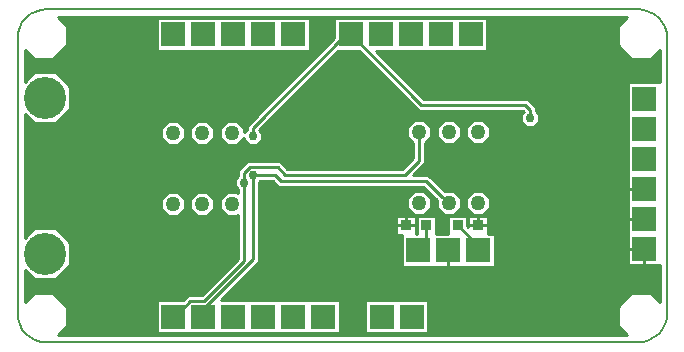
<source format=gbr>
G04 PROTEUS RS274X GERBER FILE*
%FSLAX45Y45*%
%MOMM*%
G01*
%ADD11C,0.254000*%
%ADD12C,0.762000*%
%ADD19C,3.556000*%
%ADD70C,0.000000*%
%ADD20C,1.270000*%
%ADD21R,2.032000X2.032000*%
%ADD17R,0.889000X0.889000*%
%ADD22C,0.203200*%
G36*
X+5081901Y+2582055D02*
X+5081901Y+2417945D01*
X+5197945Y+2301901D01*
X+5362055Y+2301901D01*
X+5439040Y+2378886D01*
X+5439040Y+2103739D01*
X+5168801Y+2103739D01*
X+5168801Y+554341D01*
X+5439040Y+554341D01*
X+5439040Y+241114D01*
X+5362055Y+318099D01*
X+5197945Y+318099D01*
X+5081901Y+202055D01*
X+5081901Y+37945D01*
X+5158886Y-39040D01*
X+341114Y-39040D01*
X+418099Y+37945D01*
X+418099Y+202055D01*
X+302055Y+318099D01*
X+137945Y+318099D01*
X+60960Y+241114D01*
X+60960Y+515013D01*
X+143232Y+432741D01*
X+322088Y+432741D01*
X+448559Y+559212D01*
X+448559Y+738068D01*
X+322088Y+864539D01*
X+143232Y+864539D01*
X+60960Y+782267D01*
X+60960Y+1835813D01*
X+143232Y+1753541D01*
X+322088Y+1753541D01*
X+448559Y+1880012D01*
X+448559Y+2058868D01*
X+322088Y+2185339D01*
X+143232Y+2185339D01*
X+60960Y+2103067D01*
X+60960Y+2378886D01*
X+137945Y+2301901D01*
X+302055Y+2301901D01*
X+418099Y+2417945D01*
X+418099Y+2582055D01*
X+341114Y+2659040D01*
X+5158886Y+2659040D01*
X+5081901Y+2582055D01*
G37*
%LPC*%
G36*
X+1213961Y+1032176D02*
X+1213961Y+1116344D01*
X+1273476Y+1175859D01*
X+1357644Y+1175859D01*
X+1417159Y+1116344D01*
X+1417159Y+1032176D01*
X+1357644Y+972661D01*
X+1273476Y+972661D01*
X+1213961Y+1032176D01*
G37*
G36*
X+1463961Y+1032176D02*
X+1463961Y+1116344D01*
X+1523476Y+1175859D01*
X+1607644Y+1175859D01*
X+1667159Y+1116344D01*
X+1667159Y+1032176D01*
X+1607644Y+972661D01*
X+1523476Y+972661D01*
X+1463961Y+1032176D01*
G37*
G36*
X+3501599Y+1722084D02*
X+3501599Y+1637916D01*
X+3450799Y+1587116D01*
X+3450799Y+1418959D01*
X+3352639Y+1320799D01*
X+3478858Y+1320799D01*
X+3618058Y+1181599D01*
X+3692084Y+1181599D01*
X+3751599Y+1122084D01*
X+3751599Y+1037916D01*
X+3692084Y+978401D01*
X+3607916Y+978401D01*
X+3548401Y+1037916D01*
X+3548401Y+1107576D01*
X+3436776Y+1219201D01*
X+2208960Y+1219201D01*
X+2159753Y+1268408D01*
X+2049257Y+1268408D01*
X+2043093Y+1262244D01*
X+2043093Y+582332D01*
X+1719500Y+258739D01*
X+2729699Y+258739D01*
X+2729699Y-20659D01*
X+1180301Y-20659D01*
X+1180301Y+258739D01*
X+1399176Y+258739D01*
X+1439817Y+299380D01*
X+1559051Y+299380D01*
X+1866674Y+607003D01*
X+1866674Y+981691D01*
X+1857644Y+972661D01*
X+1773476Y+972661D01*
X+1713961Y+1032176D01*
X+1713961Y+1116344D01*
X+1773476Y+1175859D01*
X+1857644Y+1175859D01*
X+1866674Y+1166829D01*
X+1866674Y+1196458D01*
X+1841274Y+1221858D01*
X+1841274Y+1284984D01*
X+1866674Y+1310384D01*
X+1866674Y+1358765D01*
X+1943957Y+1436048D01*
X+2224316Y+1436048D01*
X+2264274Y+1396090D01*
X+2264274Y+1399897D01*
X+2282873Y+1418496D01*
X+2309175Y+1418496D01*
X+2327774Y+1399897D01*
X+2327774Y+1373595D01*
X+2324978Y+1370799D01*
X+3258959Y+1370799D01*
X+3349201Y+1461041D01*
X+3349201Y+1587116D01*
X+3298401Y+1637916D01*
X+3298401Y+1722084D01*
X+3357916Y+1781599D01*
X+3442084Y+1781599D01*
X+3501599Y+1722084D01*
G37*
G36*
X+3975699Y+2369341D02*
X+3031539Y+2369341D01*
X+3438150Y+1962730D01*
X+4319110Y+1962730D01*
X+4390798Y+1891042D01*
X+4390798Y+1856964D01*
X+4416199Y+1831563D01*
X+4416199Y+1768437D01*
X+4371563Y+1723801D01*
X+4308437Y+1723801D01*
X+4263801Y+1768437D01*
X+4263801Y+1831563D01*
X+4285199Y+1852961D01*
X+4277028Y+1861132D01*
X+3396068Y+1861132D01*
X+2887859Y+2369341D01*
X+2716992Y+2369341D01*
X+2044801Y+1697150D01*
X+2066199Y+1675752D01*
X+2066199Y+1612626D01*
X+2021563Y+1567990D01*
X+1958437Y+1567990D01*
X+1913801Y+1612626D01*
X+1913801Y+1628818D01*
X+1857644Y+1572661D01*
X+1773476Y+1572661D01*
X+1713961Y+1632176D01*
X+1713961Y+1716344D01*
X+1773476Y+1775859D01*
X+1857644Y+1775859D01*
X+1917159Y+1716344D01*
X+1917159Y+1679110D01*
X+1939202Y+1701153D01*
X+1939202Y+1735231D01*
X+2680301Y+2476330D01*
X+2680301Y+2648739D01*
X+3975699Y+2648739D01*
X+3975699Y+2369341D01*
G37*
G36*
X+1463961Y+1632176D02*
X+1463961Y+1716344D01*
X+1523476Y+1775859D01*
X+1607644Y+1775859D01*
X+1667159Y+1716344D01*
X+1667159Y+1632176D01*
X+1607644Y+1572661D01*
X+1523476Y+1572661D01*
X+1463961Y+1632176D01*
G37*
G36*
X+1213961Y+1632176D02*
X+1213961Y+1716344D01*
X+1273476Y+1775859D01*
X+1357644Y+1775859D01*
X+1417159Y+1716344D01*
X+1417159Y+1632176D01*
X+1357644Y+1572661D01*
X+1273476Y+1572661D01*
X+1213961Y+1632176D01*
G37*
G36*
X+2475699Y+2369341D02*
X+1180301Y+2369341D01*
X+1180301Y+2648739D01*
X+2475699Y+2648739D01*
X+2475699Y+2369341D01*
G37*
G36*
X+3477199Y-20659D02*
X+2943801Y-20659D01*
X+2943801Y+258739D01*
X+3477199Y+258739D01*
X+3477199Y-20659D01*
G37*
G36*
X+3982549Y+819699D02*
X+4039699Y+819699D01*
X+4039699Y+540301D01*
X+3252301Y+540301D01*
X+3252301Y+807451D01*
X+3207451Y+807451D01*
X+3207451Y+972549D01*
X+3372549Y+972549D01*
X+3372549Y+819699D01*
X+3380171Y+819699D01*
X+3380171Y+972549D01*
X+3545269Y+972549D01*
X+3545269Y+819699D01*
X+3644731Y+819699D01*
X+3644731Y+972549D01*
X+3809829Y+972549D01*
X+3809829Y+882011D01*
X+3817451Y+874389D01*
X+3817451Y+972549D01*
X+3982549Y+972549D01*
X+3982549Y+819699D01*
G37*
G36*
X+3298401Y+1037916D02*
X+3298401Y+1122084D01*
X+3357916Y+1181599D01*
X+3442084Y+1181599D01*
X+3501599Y+1122084D01*
X+3501599Y+1037916D01*
X+3442084Y+978401D01*
X+3357916Y+978401D01*
X+3298401Y+1037916D01*
G37*
G36*
X+3798401Y+1037916D02*
X+3798401Y+1122084D01*
X+3857916Y+1181599D01*
X+3942084Y+1181599D01*
X+4001599Y+1122084D01*
X+4001599Y+1037916D01*
X+3942084Y+978401D01*
X+3857916Y+978401D01*
X+3798401Y+1037916D01*
G37*
G36*
X+3798401Y+1637916D02*
X+3798401Y+1722084D01*
X+3857916Y+1781599D01*
X+3942084Y+1781599D01*
X+4001599Y+1722084D01*
X+4001599Y+1637916D01*
X+3942084Y+1578401D01*
X+3857916Y+1578401D01*
X+3798401Y+1637916D01*
G37*
G36*
X+3548401Y+1637916D02*
X+3548401Y+1722084D01*
X+3607916Y+1781599D01*
X+3692084Y+1781599D01*
X+3751599Y+1722084D01*
X+3751599Y+1637916D01*
X+3692084Y+1578401D01*
X+3607916Y+1578401D01*
X+3548401Y+1637916D01*
G37*
G36*
X+1737910Y+621309D02*
X+1737910Y+647611D01*
X+1756509Y+666210D01*
X+1782811Y+666210D01*
X+1801410Y+647611D01*
X+1801410Y+621309D01*
X+1782811Y+602710D01*
X+1756509Y+602710D01*
X+1737910Y+621309D01*
G37*
G36*
X+962480Y+1030629D02*
X+962480Y+1056931D01*
X+981079Y+1075530D01*
X+1007381Y+1075530D01*
X+1025980Y+1056931D01*
X+1025980Y+1030629D01*
X+1007381Y+1012030D01*
X+981079Y+1012030D01*
X+962480Y+1030629D01*
G37*
G36*
X+745292Y+1595785D02*
X+745292Y+1622087D01*
X+763891Y+1640686D01*
X+790193Y+1640686D01*
X+808792Y+1622087D01*
X+808792Y+1595785D01*
X+790193Y+1577186D01*
X+763891Y+1577186D01*
X+745292Y+1595785D01*
G37*
G36*
X+995799Y+1924709D02*
X+995799Y+1951011D01*
X+1014398Y+1969610D01*
X+1040700Y+1969610D01*
X+1059299Y+1951011D01*
X+1059299Y+1924709D01*
X+1040700Y+1906110D01*
X+1014398Y+1906110D01*
X+995799Y+1924709D01*
G37*
G36*
X+4615758Y+2100590D02*
X+4642060Y+2100590D01*
X+4660659Y+2081991D01*
X+4660659Y+2055689D01*
X+4642060Y+2037090D01*
X+4615758Y+2037090D01*
X+4597159Y+2055689D01*
X+4597159Y+2081991D01*
X+4615758Y+2100590D01*
G37*
%LPD*%
D11*
X+1917473Y+1253421D02*
X+1917473Y+585962D01*
X+1580093Y+248582D01*
X+1460859Y+248582D01*
X+1331317Y+119040D01*
X+1320000Y+119040D01*
X+1992294Y+1319207D02*
X+1992294Y+1249207D01*
X+1992294Y+603373D01*
X+1574000Y+185079D01*
X+1574000Y+119040D01*
X+1992294Y+1319207D02*
X+2180794Y+1319207D01*
X+2230001Y+1270000D01*
X+3457817Y+1270000D01*
X+3586500Y+1141317D01*
X+3650000Y+1080000D01*
X+1917473Y+1253421D02*
X+1917473Y+1337724D01*
X+1964998Y+1385249D01*
X+2203275Y+1385249D01*
X+2268524Y+1320000D01*
X+3280000Y+1320000D01*
X+3400000Y+1440000D01*
X+3400000Y+1680000D01*
X+3727280Y+890000D02*
X+3730000Y+890000D01*
X+3900000Y+720000D01*
X+3900000Y+680000D01*
X+3462720Y+890000D02*
X+3460000Y+890000D01*
X+3460000Y+748000D01*
X+3392000Y+680000D01*
X+1990000Y+1644189D02*
X+1990000Y+1714189D01*
X+2784851Y+2509040D01*
X+2820000Y+2509040D01*
X+3417109Y+1911931D01*
X+4298069Y+1911931D01*
X+4340000Y+1870000D01*
X+4340000Y+1800000D01*
D12*
X+1769660Y+634460D03*
X+994230Y+1043780D03*
X+777042Y+1608936D03*
X+1027549Y+1937860D03*
X+2296024Y+1386746D03*
X+4628909Y+2068840D03*
X+1990000Y+1644189D03*
X+4340000Y+1800000D03*
X+1992294Y+1319207D03*
X+1917473Y+1253421D03*
D11*
X+5081901Y+2582055D02*
X+5081901Y+2417945D01*
X+5197945Y+2301901D01*
X+5362055Y+2301901D01*
X+5439040Y+2378886D01*
X+5439040Y+2103739D01*
X+5168801Y+2103739D01*
X+5168801Y+554341D01*
X+5439040Y+554341D01*
X+5439040Y+241114D01*
X+5362055Y+318099D01*
X+5197945Y+318099D01*
X+5081901Y+202055D01*
X+5081901Y+37945D01*
X+5158886Y-39040D01*
X+341114Y-39040D01*
X+418099Y+37945D01*
X+418099Y+202055D01*
X+302055Y+318099D01*
X+137945Y+318099D01*
X+60960Y+241114D01*
X+60960Y+515013D01*
X+143232Y+432741D01*
X+322088Y+432741D01*
X+448559Y+559212D01*
X+448559Y+738068D01*
X+322088Y+864539D01*
X+143232Y+864539D01*
X+60960Y+782267D01*
X+60960Y+1835813D01*
X+143232Y+1753541D01*
X+322088Y+1753541D01*
X+448559Y+1880012D01*
X+448559Y+2058868D01*
X+322088Y+2185339D01*
X+143232Y+2185339D01*
X+60960Y+2103067D01*
X+60960Y+2378886D01*
X+137945Y+2301901D01*
X+302055Y+2301901D01*
X+418099Y+2417945D01*
X+418099Y+2582055D01*
X+341114Y+2659040D01*
X+5158886Y+2659040D01*
X+5081901Y+2582055D01*
X+1213961Y+1032176D02*
X+1213961Y+1116344D01*
X+1273476Y+1175859D01*
X+1357644Y+1175859D01*
X+1417159Y+1116344D01*
X+1417159Y+1032176D01*
X+1357644Y+972661D01*
X+1273476Y+972661D01*
X+1213961Y+1032176D01*
X+1463961Y+1032176D02*
X+1463961Y+1116344D01*
X+1523476Y+1175859D01*
X+1607644Y+1175859D01*
X+1667159Y+1116344D01*
X+1667159Y+1032176D01*
X+1607644Y+972661D01*
X+1523476Y+972661D01*
X+1463961Y+1032176D01*
X+3501599Y+1722084D02*
X+3501599Y+1637916D01*
X+3450799Y+1587116D01*
X+3450799Y+1418959D01*
X+3352639Y+1320799D01*
X+3478858Y+1320799D01*
X+3618058Y+1181599D01*
X+3692084Y+1181599D01*
X+3751599Y+1122084D01*
X+3751599Y+1037916D01*
X+3692084Y+978401D01*
X+3607916Y+978401D01*
X+3548401Y+1037916D01*
X+3548401Y+1107576D01*
X+3436776Y+1219201D01*
X+2208960Y+1219201D01*
X+2159753Y+1268408D01*
X+2049257Y+1268408D01*
X+2043093Y+1262244D01*
X+2043093Y+582332D01*
X+1719500Y+258739D01*
X+2729699Y+258739D01*
X+2729699Y-20659D01*
X+1180301Y-20659D01*
X+1180301Y+258739D01*
X+1399176Y+258739D01*
X+1439817Y+299380D01*
X+1559051Y+299380D01*
X+1866674Y+607003D01*
X+1866674Y+981691D01*
X+1857644Y+972661D01*
X+1773476Y+972661D01*
X+1713961Y+1032176D01*
X+1713961Y+1116344D01*
X+1773476Y+1175859D01*
X+1857644Y+1175859D01*
X+1866674Y+1166829D01*
X+1866674Y+1196458D01*
X+1841274Y+1221858D01*
X+1841274Y+1284984D01*
X+1866674Y+1310384D01*
X+1866674Y+1358765D01*
X+1943957Y+1436048D01*
X+2224316Y+1436048D01*
X+2264274Y+1396090D01*
X+2264274Y+1399897D01*
X+2282873Y+1418496D01*
X+2309175Y+1418496D01*
X+2327774Y+1399897D01*
X+2327774Y+1373595D01*
X+2324978Y+1370799D01*
X+3258959Y+1370799D01*
X+3349201Y+1461041D01*
X+3349201Y+1587116D01*
X+3298401Y+1637916D01*
X+3298401Y+1722084D01*
X+3357916Y+1781599D01*
X+3442084Y+1781599D01*
X+3501599Y+1722084D01*
X+3975699Y+2369341D02*
X+3031539Y+2369341D01*
X+3438150Y+1962730D01*
X+4319110Y+1962730D01*
X+4390798Y+1891042D01*
X+4390798Y+1856964D01*
X+4416199Y+1831563D01*
X+4416199Y+1768437D01*
X+4371563Y+1723801D01*
X+4308437Y+1723801D01*
X+4263801Y+1768437D01*
X+4263801Y+1831563D01*
X+4285199Y+1852961D01*
X+4277028Y+1861132D01*
X+3396068Y+1861132D01*
X+2887859Y+2369341D01*
X+2716992Y+2369341D01*
X+2044801Y+1697150D01*
X+2066199Y+1675752D01*
X+2066199Y+1612626D01*
X+2021563Y+1567990D01*
X+1958437Y+1567990D01*
X+1913801Y+1612626D01*
X+1913801Y+1628818D01*
X+1857644Y+1572661D01*
X+1773476Y+1572661D01*
X+1713961Y+1632176D01*
X+1713961Y+1716344D01*
X+1773476Y+1775859D01*
X+1857644Y+1775859D01*
X+1917159Y+1716344D01*
X+1917159Y+1679110D01*
X+1939202Y+1701153D01*
X+1939202Y+1735231D01*
X+2680301Y+2476330D01*
X+2680301Y+2648739D01*
X+3975699Y+2648739D01*
X+3975699Y+2369341D01*
X+1463961Y+1632176D02*
X+1463961Y+1716344D01*
X+1523476Y+1775859D01*
X+1607644Y+1775859D01*
X+1667159Y+1716344D01*
X+1667159Y+1632176D01*
X+1607644Y+1572661D01*
X+1523476Y+1572661D01*
X+1463961Y+1632176D01*
X+1213961Y+1632176D02*
X+1213961Y+1716344D01*
X+1273476Y+1775859D01*
X+1357644Y+1775859D01*
X+1417159Y+1716344D01*
X+1417159Y+1632176D01*
X+1357644Y+1572661D01*
X+1273476Y+1572661D01*
X+1213961Y+1632176D01*
X+2475699Y+2369341D02*
X+1180301Y+2369341D01*
X+1180301Y+2648739D01*
X+2475699Y+2648739D01*
X+2475699Y+2369341D01*
X+3477199Y-20659D02*
X+2943801Y-20659D01*
X+2943801Y+258739D01*
X+3477199Y+258739D01*
X+3477199Y-20659D01*
X+3982549Y+819699D02*
X+4039699Y+819699D01*
X+4039699Y+540301D01*
X+3252301Y+540301D01*
X+3252301Y+807451D01*
X+3207451Y+807451D01*
X+3207451Y+972549D01*
X+3372549Y+972549D01*
X+3372549Y+819699D01*
X+3380171Y+819699D01*
X+3380171Y+972549D01*
X+3545269Y+972549D01*
X+3545269Y+819699D01*
X+3644731Y+819699D01*
X+3644731Y+972549D01*
X+3809829Y+972549D01*
X+3809829Y+882011D01*
X+3817451Y+874389D01*
X+3817451Y+972549D01*
X+3982549Y+972549D01*
X+3982549Y+819699D01*
X+3298401Y+1037916D02*
X+3298401Y+1122084D01*
X+3357916Y+1181599D01*
X+3442084Y+1181599D01*
X+3501599Y+1122084D01*
X+3501599Y+1037916D01*
X+3442084Y+978401D01*
X+3357916Y+978401D01*
X+3298401Y+1037916D01*
X+3798401Y+1037916D02*
X+3798401Y+1122084D01*
X+3857916Y+1181599D01*
X+3942084Y+1181599D01*
X+4001599Y+1122084D01*
X+4001599Y+1037916D01*
X+3942084Y+978401D01*
X+3857916Y+978401D01*
X+3798401Y+1037916D01*
X+3798401Y+1637916D02*
X+3798401Y+1722084D01*
X+3857916Y+1781599D01*
X+3942084Y+1781599D01*
X+4001599Y+1722084D01*
X+4001599Y+1637916D01*
X+3942084Y+1578401D01*
X+3857916Y+1578401D01*
X+3798401Y+1637916D01*
X+3548401Y+1637916D02*
X+3548401Y+1722084D01*
X+3607916Y+1781599D01*
X+3692084Y+1781599D01*
X+3751599Y+1722084D01*
X+3751599Y+1637916D01*
X+3692084Y+1578401D01*
X+3607916Y+1578401D01*
X+3548401Y+1637916D01*
X+1737910Y+621309D02*
X+1737910Y+647611D01*
X+1756509Y+666210D01*
X+1782811Y+666210D01*
X+1801410Y+647611D01*
X+1801410Y+621309D01*
X+1782811Y+602710D01*
X+1756509Y+602710D01*
X+1737910Y+621309D01*
X+962480Y+1030629D02*
X+962480Y+1056931D01*
X+981079Y+1075530D01*
X+1007381Y+1075530D01*
X+1025980Y+1056931D01*
X+1025980Y+1030629D01*
X+1007381Y+1012030D01*
X+981079Y+1012030D01*
X+962480Y+1030629D01*
X+745292Y+1595785D02*
X+745292Y+1622087D01*
X+763891Y+1640686D01*
X+790193Y+1640686D01*
X+808792Y+1622087D01*
X+808792Y+1595785D01*
X+790193Y+1577186D01*
X+763891Y+1577186D01*
X+745292Y+1595785D01*
X+995799Y+1924709D02*
X+995799Y+1951011D01*
X+1014398Y+1969610D01*
X+1040700Y+1969610D01*
X+1059299Y+1951011D01*
X+1059299Y+1924709D01*
X+1040700Y+1906110D01*
X+1014398Y+1906110D01*
X+995799Y+1924709D01*
X+4615758Y+2100590D02*
X+4642060Y+2100590D01*
X+4660659Y+2081991D01*
X+4660659Y+2055689D01*
X+4642060Y+2037090D01*
X+4615758Y+2037090D01*
X+4597159Y+2055689D01*
X+4597159Y+2081991D01*
X+4615758Y+2100590D01*
X+5168801Y+1202040D02*
X+5308500Y+1202040D01*
X+5168801Y+948040D02*
X+5308500Y+948040D01*
X+5308500Y+554341D02*
X+5308500Y+694040D01*
X+5168801Y+694040D02*
X+5308500Y+694040D01*
X+3646000Y+540301D02*
X+3646000Y+680000D01*
X+3982549Y+890000D02*
X+3900000Y+890000D01*
X+3817451Y+890000D02*
X+3900000Y+890000D01*
X+3900000Y+972549D02*
X+3900000Y+890000D01*
X+3207451Y+890000D02*
X+3290000Y+890000D01*
X+3372549Y+890000D02*
X+3290000Y+890000D01*
X+3290000Y+972549D02*
X+3290000Y+890000D01*
D19*
X+232660Y+648640D03*
D70*
X+232660Y+648640D03*
D19*
X+232660Y+1969440D03*
D70*
X+232660Y+1969440D03*
D20*
X+1315560Y+1074260D03*
X+1565560Y+1074260D03*
X+1815560Y+1074260D03*
X+1815560Y+1674260D03*
X+1565560Y+1674260D03*
X+1315560Y+1674260D03*
D21*
X+1320000Y+2509040D03*
X+1574000Y+2509040D03*
X+1828000Y+2509040D03*
X+2082000Y+2509040D03*
X+2336000Y+2509040D03*
X+3836000Y+2509040D03*
X+3582000Y+2509040D03*
X+3328000Y+2509040D03*
X+3074000Y+2509040D03*
X+2820000Y+2509040D03*
X+2590000Y+119040D03*
X+2336000Y+119040D03*
X+2082000Y+119040D03*
X+1828000Y+119040D03*
X+1574000Y+119040D03*
X+1320000Y+119040D03*
X+3083500Y+119040D03*
X+3337500Y+119040D03*
X+5308500Y+1964040D03*
X+5308500Y+1710040D03*
X+5308500Y+1456040D03*
X+5308500Y+1202040D03*
X+5308500Y+948040D03*
X+5308500Y+694040D03*
X+3900000Y+680000D03*
X+3646000Y+680000D03*
X+3392000Y+680000D03*
D20*
X+3400000Y+1080000D03*
X+3650000Y+1080000D03*
X+3900000Y+1080000D03*
X+3900000Y+1680000D03*
X+3650000Y+1680000D03*
X+3400000Y+1680000D03*
D17*
X+3727280Y+890000D03*
X+3900000Y+890000D03*
X+3462720Y+890000D03*
X+3290000Y+890000D03*
D22*
X+0Y+150000D02*
X+0Y+2470000D01*
X+250000Y+2720000D02*
X+5250000Y+2720000D01*
X+5500000Y+2470000D02*
X+5500000Y+150000D01*
X+5250000Y-100000D02*
X+250000Y-100000D01*
X+0Y+2470000D02*
X+4974Y+2521117D01*
X+19287Y+2568389D01*
X+42023Y+2610900D01*
X+72266Y+2647734D01*
X+109100Y+2677977D01*
X+151611Y+2700713D01*
X+198883Y+2715026D01*
X+250000Y+2720000D01*
X+0Y+150000D02*
X+4974Y+98883D01*
X+19287Y+51611D01*
X+42023Y+9100D01*
X+72266Y-27734D01*
X+109100Y-57977D01*
X+151611Y-80713D01*
X+198883Y-95026D01*
X+250000Y-100000D01*
X+5250000Y-100000D02*
X+5301117Y-95026D01*
X+5348389Y-80713D01*
X+5390900Y-57977D01*
X+5427734Y-27734D01*
X+5457977Y+9100D01*
X+5480713Y+51611D01*
X+5495026Y+98883D01*
X+5500000Y+150000D01*
X+5500000Y+2470000D02*
X+5495026Y+2521117D01*
X+5480713Y+2568389D01*
X+5457977Y+2610900D01*
X+5427734Y+2647734D01*
X+5390900Y+2677977D01*
X+5348389Y+2700713D01*
X+5301117Y+2715026D01*
X+5250000Y+2720000D01*
M02*

</source>
